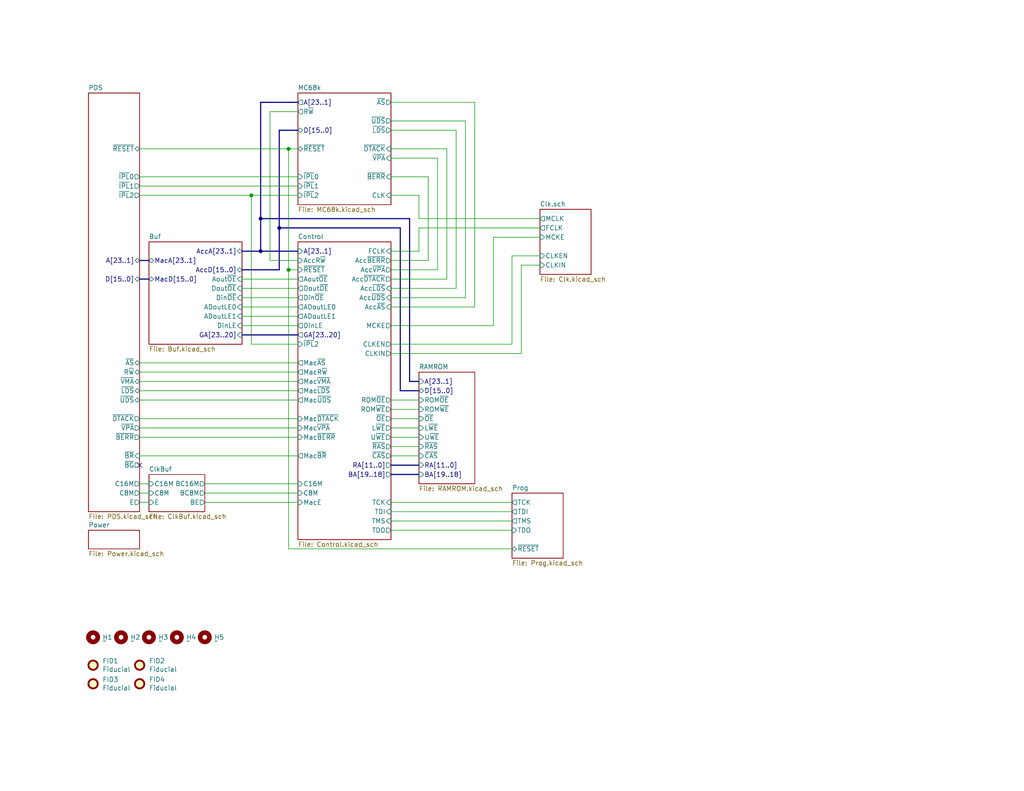
<source format=kicad_sch>
(kicad_sch (version 20231120) (generator "eeschema") (generator_version "8.0")
  (paper "USLetter")
  (title_block (title "WarpSE (GW4410A)") (date "2025-01-05") (rev "1.0") (company "Garrett's Workshop"))
  (lib_symbols
    (symbol "Mechanical:Fiducial"
      (property "Reference" "FID" (at 0 5.08 0))
      (property "Value" "Fiducial" (at 0 3.175 0))
      (symbol "Fiducial_0_1"
        (circle (center 0 0) (radius 1.27) (stroke (width 0.508)) (fill (type background)))
      )
    )
    (symbol "Mechanical:MountingHole" (pin_names (offset 1.016))
      (property "Reference" "H" (at 0 5.08 0))
      (property "Value" "MountingHole" (at 0 3.175 0))
      (symbol "MountingHole_0_1"
        (circle (center 0 0) (radius 1.27) (stroke (width 1.27)))
      )
    )
  )
  (junction (at 78.74 73.66))
  (junction (at 71.12 59.69))
  (junction (at 68.58 53.34))
  (junction (at 71.12 68.58))
  (junction (at 76.2 62.23))
  (junction (at 78.74 40.64))
  (no_connect (at 38.1 127))
  (bus (pts (xy 71.12 27.94) (xy 71.12 59.69)))
  (wire (pts (xy 66.04 83.82) (xy 81.28 83.82)))
  (wire (pts (xy 38.1 137.16) (xy 40.64 137.16)))
  (wire (pts (xy 106.68 93.98) (xy 139.7 93.98)))
  (wire (pts (xy 129.54 27.94) (xy 129.54 83.82)))
  (bus (pts (xy 109.22 62.23) (xy 76.2 62.23)))
  (wire (pts (xy 139.7 93.98) (xy 139.7 69.85)))
  (wire (pts (xy 106.68 139.7) (xy 139.7 139.7)))
  (bus (pts (xy 71.12 59.69) (xy 71.12 68.58)))
  (wire (pts (xy 68.58 53.34) (xy 81.28 53.34)))
  (wire (pts (xy 106.68 27.94) (xy 129.54 27.94)))
  (wire (pts (xy 106.68 73.66) (xy 119.38 73.66)))
  (wire (pts (xy 78.74 40.64) (xy 81.28 40.64)))
  (wire (pts (xy 106.68 35.56) (xy 124.46 35.56)))
  (wire (pts (xy 73.66 30.48) (xy 81.28 30.48)))
  (wire (pts (xy 106.68 88.9) (xy 134.62 88.9)))
  (wire (pts (xy 66.04 78.74) (xy 81.28 78.74)))
  (wire (pts (xy 127 81.28) (xy 106.68 81.28)))
  (wire (pts (xy 106.68 111.76) (xy 114.3 111.76)))
  (wire (pts (xy 78.74 73.66) (xy 81.28 73.66)))
  (wire (pts (xy 38.1 50.8) (xy 81.28 50.8)))
  (wire (pts (xy 38.1 104.14) (xy 81.28 104.14)))
  (wire (pts (xy 124.46 35.56) (xy 124.46 78.74)))
  (wire (pts (xy 106.68 142.24) (xy 139.7 142.24)))
  (bus (pts (xy 38.1 76.2) (xy 40.64 76.2)))
  (wire (pts (xy 55.88 137.16) (xy 81.28 137.16)))
  (wire (pts (xy 147.32 72.39) (xy 142.24 72.39)))
  (bus (pts (xy 106.68 129.54) (xy 114.3 129.54)))
  (wire (pts (xy 38.1 116.84) (xy 81.28 116.84)))
  (wire (pts (xy 81.28 93.98) (xy 68.58 93.98)))
  (wire (pts (xy 106.68 33.02) (xy 127 33.02)))
  (wire (pts (xy 68.58 53.34) (xy 68.58 93.98)))
  (bus (pts (xy 81.28 35.56) (xy 76.2 35.56)))
  (wire (pts (xy 66.04 76.2) (xy 81.28 76.2)))
  (bus (pts (xy 114.3 106.68) (xy 109.22 106.68)))
  (wire (pts (xy 106.68 124.46) (xy 114.3 124.46)))
  (bus (pts (xy 111.76 104.14) (xy 114.3 104.14)))
  (bus (pts (xy 66.04 91.44) (xy 81.28 91.44)))
  (wire (pts (xy 38.1 119.38) (xy 81.28 119.38)))
  (bus (pts (xy 71.12 68.58) (xy 81.28 68.58)))
  (bus (pts (xy 76.2 73.66) (xy 66.04 73.66)))
  (bus (pts (xy 38.1 71.12) (xy 40.64 71.12)))
  (wire (pts (xy 38.1 114.3) (xy 81.28 114.3)))
  (wire (pts (xy 38.1 124.46) (xy 81.28 124.46)))
  (wire (pts (xy 38.1 53.34) (xy 68.58 53.34)))
  (bus (pts (xy 71.12 59.69) (xy 111.76 59.69)))
  (wire (pts (xy 142.24 72.39) (xy 142.24 96.52)))
  (wire (pts (xy 106.68 116.84) (xy 114.3 116.84)))
  (wire (pts (xy 119.38 43.18) (xy 119.38 73.66)))
  (wire (pts (xy 38.1 48.26) (xy 81.28 48.26)))
  (wire (pts (xy 114.3 62.23) (xy 147.32 62.23)))
  (wire (pts (xy 106.68 121.92) (xy 114.3 121.92)))
  (wire (pts (xy 38.1 134.62) (xy 40.64 134.62)))
  (wire (pts (xy 106.68 43.18) (xy 119.38 43.18)))
  (bus (pts (xy 106.68 127) (xy 114.3 127)))
  (wire (pts (xy 73.66 30.48) (xy 73.66 71.12)))
  (wire (pts (xy 55.88 132.08) (xy 81.28 132.08)))
  (wire (pts (xy 114.3 53.34) (xy 114.3 59.69)))
  (wire (pts (xy 106.68 68.58) (xy 114.3 68.58)))
  (wire (pts (xy 106.68 144.78) (xy 139.7 144.78)))
  (wire (pts (xy 116.84 71.12) (xy 106.68 71.12)))
  (wire (pts (xy 139.7 69.85) (xy 147.32 69.85)))
  (wire (pts (xy 73.66 71.12) (xy 81.28 71.12)))
  (wire (pts (xy 147.32 64.77) (xy 134.62 64.77)))
  (wire (pts (xy 38.1 99.06) (xy 81.28 99.06)))
  (wire (pts (xy 106.68 114.3) (xy 114.3 114.3)))
  (wire (pts (xy 66.04 86.36) (xy 81.28 86.36)))
  (wire (pts (xy 121.92 40.64) (xy 121.92 76.2)))
  (wire (pts (xy 55.88 134.62) (xy 81.28 134.62)))
  (wire (pts (xy 106.68 137.16) (xy 139.7 137.16)))
  (bus (pts (xy 81.28 27.94) (xy 71.12 27.94)))
  (wire (pts (xy 106.68 48.26) (xy 116.84 48.26)))
  (wire (pts (xy 38.1 40.64) (xy 78.74 40.64)))
  (bus (pts (xy 71.12 68.58) (xy 66.04 68.58)))
  (wire (pts (xy 106.68 119.38) (xy 114.3 119.38)))
  (wire (pts (xy 129.54 83.82) (xy 106.68 83.82)))
  (wire (pts (xy 114.3 62.23) (xy 114.3 68.58)))
  (wire (pts (xy 106.68 109.22) (xy 114.3 109.22)))
  (wire (pts (xy 124.46 78.74) (xy 106.68 78.74)))
  (wire (pts (xy 116.84 48.26) (xy 116.84 71.12)))
  (wire (pts (xy 38.1 106.68) (xy 81.28 106.68)))
  (wire (pts (xy 38.1 101.6) (xy 81.28 101.6)))
  (wire (pts (xy 66.04 88.9) (xy 81.28 88.9)))
  (bus (pts (xy 111.76 59.69) (xy 111.76 104.14)))
  (wire (pts (xy 78.74 149.86) (xy 139.7 149.86)))
  (bus (pts (xy 109.22 62.23) (xy 109.22 106.68)))
  (wire (pts (xy 142.24 96.52) (xy 106.68 96.52)))
  (wire (pts (xy 134.62 64.77) (xy 134.62 88.9)))
  (wire (pts (xy 78.74 40.64) (xy 78.74 73.66)))
  (wire (pts (xy 106.68 40.64) (xy 121.92 40.64)))
  (bus (pts (xy 76.2 35.56) (xy 76.2 62.23)))
  (bus (pts (xy 76.2 62.23) (xy 76.2 73.66)))
  (wire (pts (xy 78.74 73.66) (xy 78.74 149.86)))
  (wire (pts (xy 127 33.02) (xy 127 81.28)))
  (wire (pts (xy 38.1 132.08) (xy 40.64 132.08)))
  (wire (pts (xy 114.3 59.69) (xy 147.32 59.69)))
  (wire (pts (xy 38.1 109.22) (xy 81.28 109.22)))
  (wire (pts (xy 66.04 81.28) (xy 81.28 81.28)))
  (wire (pts (xy 114.3 53.34) (xy 106.68 53.34)))
  (wire (pts (xy 121.92 76.2) (xy 106.68 76.2)))
  (symbol (lib_id "Mechanical:MountingHole") (at 55.88 173.99 0) (unit 1)
    (property "Reference" "H5" (at 58.42 173.99 0) (effects (justify left)))
    (property "Value" "~" (at 58.42 175.006 0) (effects (justify left)))
    (property "Footprint" "stdpads:PasteHole_1.152mm_NPTH" (effects (hide yes)))
  )
  (symbol (lib_id "Mechanical:Fiducial") (at 25.4 181.61 0) (unit 1)
    (property "Reference" "FID1" (at 27.94 180.4416 0) (effects (justify left)))
    (property "Value" "Fiducial" (at 27.94 182.753 0) (effects (justify left)))
    (property "Footprint" "stdpads:Fiducial" (effects (hide yes)))
  )
  (symbol (lib_id "Mechanical:Fiducial") (at 38.1 181.61 0) (unit 1)
    (property "Reference" "FID2" (at 40.64 180.4416 0) (effects (justify left)))
    (property "Value" "Fiducial" (at 40.64 182.753 0) (effects (justify left)))
    (property "Footprint" "stdpads:Fiducial" (effects (hide yes)))
  )
  (symbol (lib_id "Mechanical:Fiducial") (at 25.4 186.69 0) (unit 1)
    (property "Reference" "FID3" (at 27.94 185.5216 0) (effects (justify left)))
    (property "Value" "Fiducial" (at 27.94 187.833 0) (effects (justify left)))
    (property "Footprint" "stdpads:Fiducial" (effects (hide yes)))
  )
  (symbol (lib_id "Mechanical:Fiducial") (at 38.1 186.69 0) (unit 1)
    (property "Reference" "FID4" (at 40.64 185.5216 0) (effects (justify left)))
    (property "Value" "Fiducial" (at 40.64 187.833 0) (effects (justify left)))
    (property "Footprint" "stdpads:Fiducial" (effects (hide yes)))
  )
  (symbol (lib_id "Mechanical:MountingHole") (at 25.4 173.99 0) (unit 1)
    (property "Reference" "H1" (at 27.94 173.99 0) (effects (justify left)))
    (property "Value" "~" (at 27.94 175.006 0) (effects (justify left)))
    (property "Footprint" "stdpads:PasteHole_1.152mm_NPTH" (effects (hide yes)))
  )
  (symbol (lib_id "Mechanical:MountingHole") (at 33.02 173.99 0) (unit 1)
    (property "Reference" "H2" (at 35.56 173.99 0) (effects (justify left)))
    (property "Value" "~" (at 35.56 175.006 0) (effects (justify left)))
    (property "Footprint" "stdpads:PasteHole_1.152mm_NPTH" (effects (hide yes)))
  )
  (symbol (lib_id "Mechanical:MountingHole") (at 40.64 173.99 0) (unit 1)
    (property "Reference" "H3" (at 43.18 173.99 0) (effects (justify left)))
    (property "Value" "~" (at 43.18 175.006 0) (effects (justify left)))
    (property "Footprint" "stdpads:PasteHole_1.152mm_NPTH" (effects (hide yes)))
  )
  (symbol (lib_id "Mechanical:MountingHole") (at 48.26 173.99 0) (unit 1)
    (property "Reference" "H4" (at 50.8 173.99 0) (effects (justify left)))
    (property "Value" "~" (at 50.8 175.006 0) (effects (justify left)))
    (property "Footprint" "stdpads:PasteHole_1.152mm_NPTH" (effects (hide yes)))
  )
  (sheet (at 24.13 25.4) (size 13.97 114.3)
    (property "Sheetname" "PDS" (at 24.13 24.6884 0) (effects (justify left bottom)))
    (property "Sheetfile" "PDS.kicad_sch" (at 24.13 140.2846 0) (effects (justify left top)))
    (pin "A[23..1]" bidirectional (at 38.1 71.12 0))
    (pin "D[15..0]" bidirectional (at 38.1 76.2 0))
    (pin "~{AS}" bidirectional (at 38.1 99.06 0))
    (pin "~{LDS}" bidirectional (at 38.1 106.68 0))
    (pin "~{UDS}" bidirectional (at 38.1 109.22 0))
    (pin "R~{W}" bidirectional (at 38.1 101.6 0))
    (pin "~{VMA}" bidirectional (at 38.1 104.14 0))
    (pin "~{VPA}" output (at 38.1 116.84 0))
    (pin "~{DTACK}" output (at 38.1 114.3 0))
    (pin "~{RESET}" bidirectional (at 38.1 40.64 0))
    (pin "~{IPL}0" output (at 38.1 48.26 0))
    (pin "~{IPL}1" output (at 38.1 50.8 0))
    (pin "~{IPL}2" output (at 38.1 53.34 0))
    (pin "~{BERR}" output (at 38.1 119.38 0))
    (pin "E" output (at 38.1 137.16 0))
    (pin "C8M" output (at 38.1 134.62 0))
    (pin "C16M" output (at 38.1 132.08 0))
    (pin "~{BG}" output (at 38.1 127 0))
    (pin "~{BR}" input (at 38.1 124.46 0))
  )
  (sheet (at 81.28 66.04) (size 25.4 81.28)
    (property "Sheetname" "Control" (at 81.28 65.3284 0) (effects (justify left bottom)))
    (property "Sheetfile" "Control.kicad_sch" (at 81.28 147.9046 0) (effects (justify left top)))
    (pin "~{RESET}" input (at 81.28 73.66 180))
    (pin "FCLK" input (at 106.68 68.58 0))
    (pin "Mac~{AS}" output (at 81.28 99.06 180))
    (pin "Mac~{VMA}" output (at 81.28 104.14 180))
    (pin "Mac~{DTACK}" input (at 81.28 114.3 180))
    (pin "Mac~{VPA}" input (at 81.28 116.84 180))
    (pin "Mac~{BERR}" input (at 81.28 119.38 180))
    (pin "MacE" input (at 81.28 137.16 180))
    (pin "C8M" input (at 81.28 134.62 180))
    (pin "C16M" input (at 81.28 132.08 180))
    (pin "Acc~{DTACK}" output (at 106.68 76.2 0))
    (pin "Acc~{BERR}" output (at 106.68 71.12 0))
    (pin "Acc~{UDS}" input (at 106.68 81.28 0))
    (pin "Acc~{LDS}" input (at 106.68 78.74 0))
    (pin "Acc~{AS}" input (at 106.68 83.82 0))
    (pin "~{OE}" output (at 106.68 114.3 0))
    (pin "Mac~{UDS}" output (at 81.28 109.22 180))
    (pin "Mac~{LDS}" output (at 81.28 106.68 180))
    (pin "Acc~{VPA}" output (at 106.68 73.66 0))
    (pin "AccR~{W}" input (at 81.28 71.12 180))
    (pin "L~{WE}" output (at 106.68 116.84 0))
    (pin "U~{WE}" output (at 106.68 119.38 0))
    (pin "~{RAS}" output (at 106.68 121.92 0))
    (pin "~{CAS}" output (at 106.68 124.46 0))
    (pin "ROM~{OE}" output (at 106.68 109.22 0))
    (pin "DinLE" output (at 81.28 88.9 180))
    (pin "Dout~{OE}" output (at 81.28 78.74 180))
    (pin "Aout~{OE}" output (at 81.28 76.2 180))
    (pin "Din~{OE}" output (at 81.28 81.28 180))
    (pin "RA[11..0]" output (at 106.68 127 0))
    (pin "A[23..1]" input (at 81.28 68.58 180))
    (pin "ADoutLE0" output (at 81.28 83.82 180))
    (pin "ADoutLE1" output (at 81.28 86.36 180))
    (pin "ROM~{WE}" output (at 106.68 111.76 0))
    (pin "TDI" input (at 106.68 139.7 0))
    (pin "TMS" input (at 106.68 142.24 0))
    (pin "TCK" input (at 106.68 137.16 0))
    (pin "TDO" output (at 106.68 144.78 0))
    (pin "Mac~{BR}" output (at 81.28 124.46 180))
    (pin "~{IPL}2" input (at 81.28 93.98 180))
    (pin "MCKE" output (at 106.68 88.9 0))
    (pin "GA[23..20]" output (at 81.28 91.44 180))
    (pin "MacR~{W}" output (at 81.28 101.6 180))
    (pin "BA[19..18]" output (at 106.68 129.54 0))
    (pin "CLKIN" output (at 106.68 96.52 0))
    (pin "CLKEN" output (at 106.68 93.98 0))
  )
  (sheet (at 114.3 101.6) (size 15.24 30.48)
    (property "Sheetname" "RAMROM" (at 114.3 100.8884 0) (effects (justify left bottom)))
    (property "Sheetfile" "RAMROM.kicad_sch" (at 114.3 132.6646 0) (effects (justify left top)))
    (pin "~{RAS}" input (at 114.3 121.92 180))
    (pin "D[15..0]" bidirectional (at 114.3 106.68 180))
    (pin "~{CAS}" input (at 114.3 124.46 180))
    (pin "~{OE}" input (at 114.3 114.3 180))
    (pin "RA[11..0]" input (at 114.3 127 180))
    (pin "L~{WE}" input (at 114.3 116.84 180))
    (pin "U~{WE}" input (at 114.3 119.38 180))
    (pin "ROM~{OE}" input (at 114.3 109.22 180))
    (pin "A[23..1]" input (at 114.3 104.14 180))
    (pin "ROM~{WE}" input (at 114.3 111.76 180))
    (pin "BA[19..18]" input (at 114.3 129.54 180))
  )
  (sheet (at 81.28 25.4) (size 25.4 30.48)
    (property "Sheetname" "MC68k" (at 81.28 24.6884 0) (effects (justify left bottom)))
    (property "Sheetfile" "MC68k.kicad_sch" (at 81.28 56.4646 0) (effects (justify left top)))
    (pin "A[23..1]" output (at 81.28 27.94 180))
    (pin "D[15..0]" bidirectional (at 81.28 35.56 180))
    (pin "~{AS}" output (at 106.68 27.94 0))
    (pin "R~{W}" output (at 81.28 30.48 180))
    (pin "~{LDS}" output (at 106.68 35.56 0))
    (pin "~{UDS}" output (at 106.68 33.02 0))
    (pin "~{DTACK}" input (at 106.68 40.64 0))
    (pin "~{VPA}" input (at 106.68 43.18 0))
    (pin "~{RESET}" bidirectional (at 81.28 40.64 180))
    (pin "~{BERR}" input (at 106.68 48.26 0))
    (pin "~{IPL}0" input (at 81.28 48.26 180))
    (pin "~{IPL}1" input (at 81.28 50.8 180))
    (pin "~{IPL}2" input (at 81.28 53.34 180))
    (pin "CLK" input (at 106.68 53.34 0))
  )
  (sheet (at 40.64 66.04) (size 25.4 27.94)
    (property "Sheetname" "Buf" (at 40.64 65.3284 0) (effects (justify left bottom)))
    (property "Sheetfile" "Buf.kicad_sch" (at 40.64 94.5646 0) (effects (justify left top)))
    (pin "AccA[23..1]" bidirectional (at 66.04 68.58 0))
    (pin "MacA[23..1]" bidirectional (at 40.64 71.12 180))
    (pin "AccD[15..0]" bidirectional (at 66.04 73.66 0))
    (pin "MacD[15..0]" bidirectional (at 40.64 76.2 180))
    (pin "Dout~{OE}" input (at 66.04 78.74 0))
    (pin "Din~{OE}" input (at 66.04 81.28 0))
    (pin "DinLE" input (at 66.04 88.9 0))
    (pin "Aout~{OE}" input (at 66.04 76.2 0))
    (pin "ADoutLE0" input (at 66.04 83.82 0))
    (pin "ADoutLE1" input (at 66.04 86.36 0))
    (pin "GA[23..20]" input (at 66.04 91.44 0))
  )
  (sheet (at 147.32 57.15) (size 13.97 17.78)
    (property "Sheetname" "Clk.sch" (at 147.32 56.4384 0) (effects (justify left bottom)))
    (property "Sheetfile" "Clk.kicad_sch" (at 147.32 75.5146 0) (effects (justify left top)))
    (pin "MCLK" output (at 147.32 59.69 180))
    (pin "FCLK" output (at 147.32 62.23 180))
    (pin "MCKE" input (at 147.32 64.77 180))
    (pin "CLKIN" input (at 147.32 72.39 180))
    (pin "CLKEN" input (at 147.32 69.85 180))
  )
  (sheet (at 139.7 134.62) (size 13.97 17.78)
    (property "Sheetname" "Prog" (at 139.7 133.9084 0) (effects (justify left bottom)))
    (property "Sheetfile" "Prog.kicad_sch" (at 139.7 152.9846 0) (effects (justify left top)))
    (pin "TCK" output (at 139.7 137.16 180))
    (pin "TDI" output (at 139.7 139.7 180))
    (pin "TMS" output (at 139.7 142.24 180))
    (pin "TDO" input (at 139.7 144.78 180))
    (pin "~{RESET}" tri_state (at 139.7 149.86 180))
  )
  (sheet (at 24.13 144.78) (size 13.97 5.08)
    (property "Sheetname" "Power" (at 24.13 144.0684 0) (effects (justify left bottom)))
    (property "Sheetfile" "Power.kicad_sch" (at 24.13 150.4446 0) (effects (justify left top)))
  )
  (sheet (at 40.64 129.54) (size 15.24 10.16) (stroke (width 0.1524))
    (property "Sheetname" "ClkBuf" (at 40.64 128.8284 0) (effects (justify left bottom)))
    (property "Sheetfile" "ClkBuf.kicad_sch" (at 40.64 140.2846 0) (effects (justify left top)))
    (pin "BC16M" output (at 55.88 132.08 0))
    (pin "C16M" input (at 40.64 132.08 180))
    (pin "BE" output (at 55.88 137.16 0))
    (pin "E" input (at 40.64 137.16 180))
    (pin "BC8M" output (at 55.88 134.62 0))
    (pin "C8M" input (at 40.64 134.62 180))
  )
)
</source>
